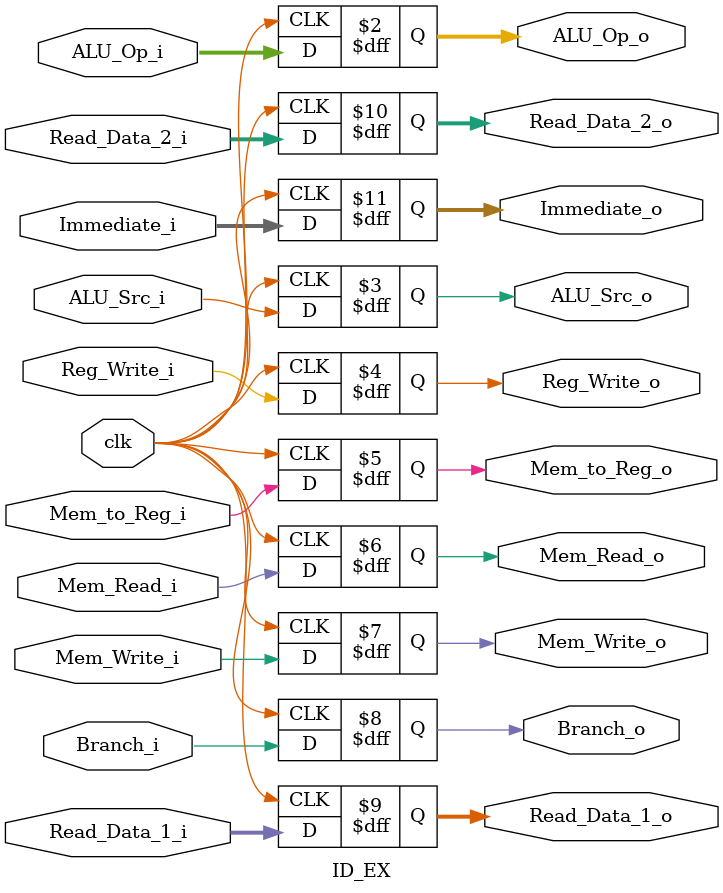
<source format=v>
module ID_EX 
#(	parameter DATA_WIDTH = 32,
	parameter MEMORY_DEPTH = 256

)
(
	input clk,
	input [2:0]ALU_Op_i,
	input ALU_Src_i,
	input Reg_Write_i,
	input Mem_to_Reg_i,
	input Mem_Read_i,
	input Mem_Write_i,
	input Branch_i,
	input  [31:0]Read_Data_1_i,
	input  [31:0]Read_Data_2_i,
	input  [31:0]Immediate_i,
	//*OUTPUTS*//
	output reg [2:0]ALU_Op_o,
	output reg ALU_Src_o,
	output reg Reg_Write_o,
	output reg Mem_to_Reg_o,
	output reg Mem_Read_o,
	output reg Mem_Write_o,
	output reg Branch_o,
	output reg [31:0]Read_Data_1_o,
	output reg [31:0]Read_Data_2_o,
	output reg [31:0]Immediate_o
);

always@(posedge clk)
begin
	ALU_Op_o = ALU_Op_i;
	ALU_Src_o = ALU_Src_i;
	Reg_Write_o = Reg_Write_i;
	Mem_to_Reg_o = Mem_to_Reg_i;
	Mem_Read_o = Mem_Read_i;
	Mem_Write_o = Mem_Write_i;
	Branch_o = Branch_i;
	Read_Data_1_o = Read_Data_1_i;
	Read_Data_2_o = Read_Data_2_i;
	Immediate_o = Immediate_i;
	
end

endmodule
</source>
